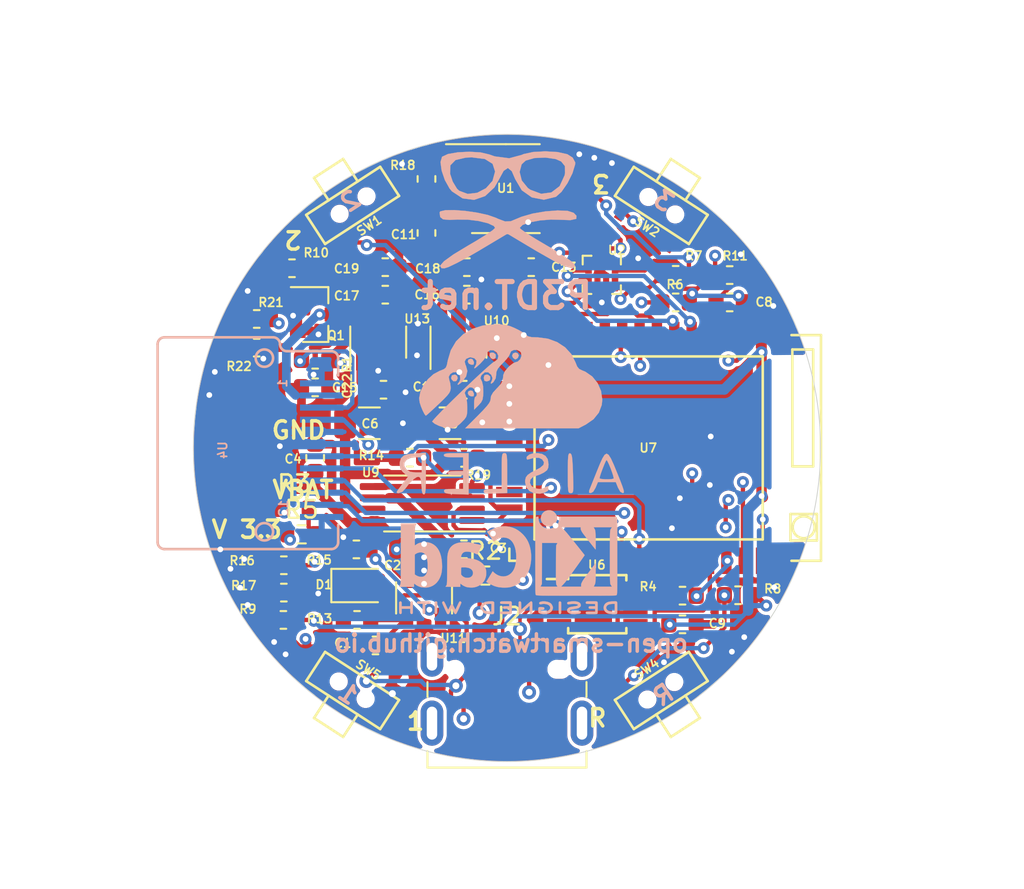
<source format=kicad_pcb>
(kicad_pcb (version 20240108) (generator "pcbnew") (generator_version "8.0")
  (title_block (title "Open-Smartwatch-Light") (date "2021-02-18") (rev "3.3"))
  (layers (0 "F.Cu" power) (1 "In1.Cu" signal) (2 "In2.Cu" signal) (31 "B.Cu" signal) (34 "B.Paste" user) (35 "F.Paste" user) (36 "B.SilkS" user "B.Silkscreen") (37 "F.SilkS" user "F.Silkscreen") (38 "B.Mask" user) (39 "F.Mask" user) (44 "Edge.Cuts" user))
  (net 0 "")
  (net 1 "/EN")
  (net 2 "+3V3")
  (net 3 "/FLASH")
  (net 4 "GND")
  (net 5 "/VBUS")
  (net 6 "/VBAT")
  (net 7 "Net-(D1-A)")
  (net 8 "Net-(D1-K)")
  (net 9 "/LEDK")
  (net 10 "/TX")
  (net 11 "/BTN2")
  (net 12 "/BTN3")
  (net 13 "/RX")
  (net 14 "/SCL")
  (net 15 "/SDA")
  (net 16 "/PIN_LED")
  (net 17 "/STAT_PWR")
  (net 18 "/MOSI")
  (net 19 "/IO34")
  (net 20 "/IO35")
  (net 21 "/B_MON")
  (net 22 "/RTC_INT")
  (net 23 "/TFT_DC")
  (net 24 "/TFT_CS")
  (net 25 "/TFT_RST")
  (net 26 "Net-(Q1-G)")
  (net 27 "Net-(U4-LEDA)")
  (net 28 "Net-(U6-RXD)")
  (net 29 "Net-(J2-SHIELD)")
  (net 30 "Net-(U11-PROG)")
  (net 33 "Net-(J2-CC1)")
  (net 34 "Net-(J2-CC2)")
  (net 40 "/SCK")
  (net 41 "/VCC")
  (net 42 "/3V3_2")
  (net 47 "/D_P")
  (net 48 "/D_N")
  (net 60 "Net-(U9-ILIM)")
  (footprint "open-Smartwatch:button_side_smd" (layer "F.Cu") (at 85.09 115.57 -57)
    (property "Reference" "SW4")
    (property "Value" "SW_Push")
  )
  (footprint "open-Smartwatch:button_side_smd" (layer "F.Cu") (at 67.31 115.57 -123)
    (property "Reference" "SW5")
    (property "Value" "SW_Push")
  )
  (footprint "Resistor_SMD:R_0603_1608Metric" (layer "F.Cu") (at 63.3221 111.506 180)
    (property "Reference" "R9")
    (property "Value" "10k")
  )
  (footprint "Capacitor_SMD:C_0603_1608Metric" (layer "F.Cu") (at 70.6374 107.442)
    (property "Reference" "C2")
    (property "Value" "4.7uF")
  )
  (footprint "Resistor_SMD:R_0603_1608Metric" (layer "F.Cu") (at 86.3092 110.109)
    (property "Reference" "R4")
    (property "Value" "470R")
  )
  (footprint "Resistor_SMD:R_0603_1608Metric" (layer "F.Cu") (at 89.0269 91.6432)
    (property "Reference" "R11")
    (property "Value" "10k")
  )
  (footprint "Resistor_SMD:R_0603_1608Metric" (layer "F.Cu") (at 85.9155 93.218 180)
    (property "Reference" "R6")
    (property "Value" "1k")
  )
  (footprint "Resistor_SMD:R_0603_1608Metric" (layer "F.Cu") (at 85.9155 91.6305)
    (property "Reference" "R7")
    (property "Value" "1k")
  )
  (footprint "Package_SO:SOIC-8_3.9x4.9mm_P1.27mm" (layer "F.Cu") (at 76.1365 86.6648)
    (property "Reference" "U1")
    (property "Value" "DS3231MZ")
  )
  (footprint "Capacitor_SMD:C_0603_1608Metric" (layer "F.Cu") (at 89.0269 93.218 180)
    (property "Reference" "C8")
    (property "Value" "0.1u")
  )
  (footprint "Capacitor_SMD:C_0603_1608Metric" (layer "F.Cu") (at 86.3092 111.76)
    (property "Reference" "C9")
    (property "Value" "0.1u")
  )
  (footprint "Capacitor_SMD:C_0603_1608Metric" (layer "F.Cu") (at 71.5645 86.106 90)
    (property "Reference" "C11")
    (property "Value" "0.1u")
  )
  (footprint "Capacitor_SMD:C_0603_1608Metric" (layer "F.Cu") (at 77.597 91.186 180)
    (property "Reference" "C13")
    (property "Value" "0.1u")
  )
  (footprint "Resistor_SMD:R_0603_1608Metric" (layer "F.Cu") (at 73.7235 102.1715)
    (property "Reference" "R19")
    (property "Value" "220k")
  )
  (footprint "open-Smartwatch:button_side_smd" (layer "F.Cu") (at 67.31 87.63 123)
    (property "Reference" "SW1")
    (property "Value" "SW_Push")
  )
  (footprint "open-Smartwatch:MSOP-10_3x3mm_P0.5mm" (layer "F.Cu") (at 81.4 110.6)
    (property "Reference" "U6")
    (property "Value" "CH340E")
  )
  (footprint "open-Smartwatch:TSSOP-8_4.4x3mm_P0.65mm" (layer "F.Cu") (at 71.3232 104.8004 180)
    (property "Reference" "U9")
    (property "Value" "TPS2115A")
  )
  (footprint "open-Smartwatch:LGA-12_2x2mm_P0.5mm" (layer "F.Cu") (at 81.661 91.6305 -90)
    (property "Reference" "U2")
    (property "Value" "BMA400")
  )
  (footprint "Capacitor_SMD:C_0603_1608Metric" (layer "F.Cu") (at 73.7234 107.442)
    (property "Reference" "C3")
    (property "Value" "0.1u")
  )
  (footprint "Resistor_SMD:R_0603_1608Metric" (layer "F.Cu") (at 67.564 111.506)
    (property "Reference" "R13")
    (property "Value" "470R")
  )
  (footprint "Resistor_SMD:R_0603_1608Metric" (layer "F.Cu") (at 89.5096 110.0836 180)
    (property "Reference" "R8")
    (property "Value" "10k")
  )
  (footprint "Capacitor_SMD:C_1206_3216Metric" (layer "F.Cu") (at 72.9204 100.1776)
    (property "Reference" "C5")
    (property "Value" "100u")
  )
  (footprint "Capacitor_SMD:C_0603_1608Metric" (layer "F.Cu") (at 73.7108 98.2472)
    (property "Reference" "C14")
    (property "Value" "0.1u")
  )
  (footprint "Capacitor_SMD:C_0603_1608Metric" (layer "F.Cu") (at 73.8886 92.7735)
    (property "Reference" "C16")
    (property "Value" "4.7u")
  )
  (footprint "Capacitor_SMD:C_0603_1608Metric" (layer "F.Cu") (at 73.8886 91.186)
    (property "Reference" "C18")
    (property "Value" "0.1u")
  )
  (footprint "Package_TO_SOT_SMD:SOT-23-5" (layer "F.Cu") (at 73.406 95.504 90)
    (property "Reference" "U10")
    (property "Value" "XC6209")
  )
  (footprint "open-Smartwatch:ttgo-32-micro" (layer "F.Cu") (at 84.836 101.6 -90)
    (property "Reference" "U7")
    (property "Value" "ttgo-32-micro")
  )
  (footprint "Resistor_SMD:R_0603_1608Metric" (layer "F.Cu") (at 71.5645 89.2175 -90)
    (property "Reference" "R18")
    (property "Value" "2.2K")
  )
  (footprint "Resistor_SMD:R_0603_1608Metric" (layer "F.Cu") (at 65.151 96.52 180)
    (property "Reference" "R1")
    (property "Value" "22")
  )
  (footprint "Resistor_SMD:R_0603_1608Metric" (layer "F.Cu") (at 61.7855 94.1705)
    (property "Reference" "R21")
    (property "Value" "10k")
  )
  (footprint "Resistor_SMD:R_0603_1608Metric" (layer "F.Cu") (at 61.7855 95.8215 180)
    (property "Reference" "R22")
    (property "Value" "1M")
  )
  (footprint "Capacitor_SMD:C_0603_1608Metric" (layer "F.Cu") (at 65.151 98.1075 180)
    (property "Reference" "C22")
    (property "Value" "0.1u")
  )
  (footprint "Package_TO_SOT_SMD:SOT-23" (layer "F.Cu") (at 65.151 93.9165)
    (property "Reference" "Q1")
    (property "Value" "2N7002")
  )
  (footprint "Resistor_SMD:R_0603_1608Metric" (layer "F.Cu") (at 67.5259 107.442 180)
    (property "Reference" "R15")
    (property "Value" "5k")
  )
  (footprint "Resistor_SMD:R_0603_1608Metric" (layer "F.Cu") (at 70.612 102.1588 180)
    (property "Reference" "R14")
    (property "Value" "510R")
  )
  (footprint "Capacitor_SMD:C_0603_1608Metric" (layer "F.Cu") (at 65.151 102.1715 90)
    (property "Reference" "C4")
    (property "Value" "0.1u")
  )
  (footprint "Resistor_SMD:R_0603_1608Metric" (layer "F.Cu") (at 63.3476 109.9312 180)
    (property "Reference" "R17")
    (property "Value" "10k")
  )
  (footprint "open-Smartwatch:button_side_smd" (layer "F.Cu") (at 85.09 87.63 57)
    (property "Reference" "SW2")
    (property "Value" "SW_Push")
  )
  (footprint "Capacitor_SMD:C_0603_1608Metric" (layer "F.Cu") (at 69.088 98.2472)
    (property "Reference" "C15")
    (property "Value" "0.1u")
  )
  (footprint "Capacitor_SMD:C_0603_1608Metric" (layer "F.Cu") (at 69.1895 92.7735)
    (property "Reference" "C17")
    (property "Value" "4.7u")
  )
  (footprint "Capacitor_SMD:C_1206_3216Metric" (layer "F.Cu") (at 68.2752 100.1776)
    (property "Reference" "C6")
    (property "Value" "100u")
  )
  (footprint "Capacitor_SMD:C_0603_1608Metric" (layer "F.Cu") (at 69.1895 91.186)
    (property "Reference" "C19")
    (property "Value" "0.1u")
  )
  (footprint "Package_TO_SOT_SMD:SOT-23-5" (layer "F.Cu") (at 68.7832 95.504 90)
    (property "Reference" "U13")
    (property "Value" "XC6209")
  )
  (footprint "Capacitor_SMD:C_0603_1608Metric" (layer "F.Cu") (at 68.625 112.975)
    (property "Reference" "C1")
    (property "Value" "4.7uF")
  )
  (footprint "open-Smartwatch:SOT-23-5" (layer "F.Cu") (at 71.4248 110.236 -90)
    (property "Reference" "U11")
    (property "Value" "MCP73831T-2ACI_OT" (hide yes))
  )
  (footprint "LED_SMD:LED_0805_2012Metric" (layer "F.Cu") (at 67.7672 109.5248)
    (property "Reference" "D1")
    (property "Value" "LED_Green")
  )
  (footprint "Resistor_SMD:R_0603_1608Metric" (layer "F.Cu") (at 63.8175 91.2495 180)
    (property "Reference" "R10")
    (property "Value" "10k")
  )
  (footprint "Connector_PinHeader_2.54mm:PinHeader_1x02_P2.54mm_Vertical" (layer "F.Cu") (at 60.6425 103.4415 180)
    (property "Reference" "J1" (hide yes))
    (property "Value" "Conn_01x02")
  )
  (footprint "Resistor_SMD:R_0603_1608Metric" (layer "F.Cu") (at 63.3476 108.3564)
    (property "Reference" "R16")
    (property "Value" "200k")
  )
  (footprint "Connector_USB:USB_C_Receptacle_JAE_DX07S016JA1R1500" (layer "F.Cu") (at 76.2 116.3)
    (property "Reference" "J2")
    (property "Value" "USB_C_Receptacle_USB2.0_14P")
  )
  (footprint "Resistor_SMD:R_0603_1608Metric" (layer "F.Cu") (at 74.95 108.95)
    (property "Reference" "R2")
    (property "Value" "1M")
  )
  (footprint "Resistor_SMD:R_0603_1608Metric" (layer "F.Cu") (at 63.95 105.1)
    (property "Reference" "R3")
    (property "Value" "5.11k")
  )
  (footprint "Resistor_SMD:R_0603_1608Metric" (layer "F.Cu") (at 64.375 106.575)
    (property "Reference" "R5")
    (property "Value" "5.11k")
  )
  (footprint "open-Smartwatch:GC9A01_IPS_display" (layer "B.Cu") (at 65.278 101.727 -90)
    (property "Reference" "U4")
    (property "Value" "GC9A01_IPS_display")
  )
  (footprint "Symbol:KiCad-Logo2_5mm_SilkScreen" (layer "B.Cu") (at 76.2762 108.1659 180)
    (property "Reference" "REF**" (hide yes))
    (property "Value" "KiCad-Logo2_5mm_SilkScreen" (hide yes))
  )
  (footprint "footprints:aisler_15x12mm" (layer "B.Cu") (at 76.2127 99.5172 180)
    (property "Reference" "G***" (hide yes))
    (property "Value" "LOGO" (hide yes))
  )
  (footprint "footprints:p3dt_tiny" (layer "B.Cu") (at 76.2254 87.884 180)
    (property "Reference" "G***" (hide yes))
    (property "Value" "LOGO" (hide yes))
  )
  (gr_arc (start 76.2 83.537403) (mid 88.972185 88.827815) (end 94.262597 101.6) (stroke (width 0.05)) (layer "Edge.Cuts"))
  (gr_arc (start 58.137403 101.6) (mid 63.427815 88.827815) (end 76.2 83.537403) (stroke (width 0.05)) (layer "Edge.Cuts"))
  (gr_arc (start 94.262597 101.6) (mid 88.972185 114.372185) (end 76.2 119.662597) (stroke (width 0.05)) (layer "Edge.Cuts"))
  (gr_arc (start 76.2 119.662597) (mid 63.427815 114.372185) (end 58.137403 101.6) (stroke (width 0.05)) (layer "Edge.Cuts"))
  (gr_text "open-smartwatch.github.io" (at 76.4413 112.8522 0) (layer "B.SilkS") (effects (font (size 1 1) (thickness 0.2)) (justify mirror)))
  (gr_text "P3DT.net" (at 76.1746 92.837 0) (layer "B.SilkS") (effects (font (size 1.5 1.5) (thickness 0.3)) (justify mirror)))
  (gr_text "1" (at 67.056 115.7605 -33) (layer "B.SilkS") (effects (font (size 1 1) (thickness 0.2)) (justify mirror)))
  (gr_text "3" (at 85.217 87.376 -33) (layer "B.SilkS") (effects (font (size 1 1) (thickness 0.2)) (justify mirror)))
  (gr_text "R" (at 85.217 115.824 33) (layer "B.SilkS") (effects (font (size 1 1) (thickness 0.2)) (justify mirror)))
  (gr_text "2" (at 67.183 87.376 33) (layer "B.SilkS") (effects (font (size 1 1) (thickness 0.2)) (justify mirror)))
  (gr_text "GND" (at 64.1985 100.584 0) (layer "F.SilkS") (effects (font (size 1 1) (thickness 0.2))))
  (gr_text "R" (at 81.407 117.1575 0) (layer "F.SilkS") (effects (font (size 1 1) (thickness 0.2))))
  (gr_text "1" (at 70.9295 117.348 0) (layer "F.SilkS") (effects (font (size 1 1) (thickness 0.2))))
  (gr_text "3" (at 81.5975 86.36 180) (layer "F.SilkS") (effects (font (size 1 1) (thickness 0.2))))
  (gr_text "2" (at 63.881 89.5985 180) (layer "F.SilkS") (effects (font (size 1 1) (thickness 0.2))))
  (gr_text "VBAT" (at 64.4525 104.013 0) (layer "F.SilkS") (effects (font (size 1 1) (thickness 0.2))))
  (gr_text "V 3.3" (at 61.214 106.299 0) (layer "F.SilkS") (effects (font (size 1 1) (thickness 0.2))))
  (segment (start 88.7221 111.9379) (end 87.5284 113.1316) (width 0.25) (layer "F.Cu") (net 1))
  (segment (start 83.5152 114.7064) (end 83.440773 114.7064) (width 0.25) (layer "F.Cu") (net 1))
  (segment (start 88.7984 106.172) (end 88.7984 104.7496) (width 0.25) (layer "F.Cu") (net 1))
  (segment (start 88.7984 104.7496) (end 88.9508 104.5972) (width 0.25) (layer "F.Cu") (net 1))
  (segment (start 83.440773 114.7064) (end 82.889781 115.257392) (width 0.25) (layer "F.Cu") (net 1))
  (segment (start 88.9508 96.5708) (end 89.435733 96.5708) (width 0.25) (layer "F.Cu") (net 1))
  (segment (start 88.7221 110.0836) (end 88.7221 111.9379) (width 0.25) (layer "F.Cu") (net 1))
  (segment (start 89.916 96.090533) (end 89.916 95.1) (width 0.25) (layer "F.Cu") (net 1))
  (segment (start 89.435733 96.5708) (end 89.916 96.090533) (width 0.25) (layer "F.Cu") (net 1))
  (via (at 88.9508 96.5708) (size 0.6858) (drill 0.3302) (layers "F.Cu" "B.Cu") (net 1))
  (via (at 83.5152 114.7064) (size 0.6858) (drill 0.3302) (layers "F.Cu" "B.Cu") (net 1))
  (via (at 88.7221 110.0836) (size 0.6858) (drill 0.3302) (layers "F.Cu" "B.Cu") (net 1))
  (via (at 87.5284 113.1316) (size 0.6858) (drill 0.3302) (layers "F.Cu" "B.Cu") (net 1))
  (via (at 88.9508 104.5972) (size 0.6858) (drill 0.3302) (layers "F.Cu" "B.Cu") (net 1))
  (via (at 88.7984 106.172) (size 0.6858) (drill 0.3302) (layers "F.Cu" "B.Cu") (net 1))
  (segment (start 87.5284 113.1316) (end 85.09 113.1316) (width 0.25) (layer "B.Cu") (net 1))
  (segment (start 85.09 113.1316) (end 83.5152 114.7064) (width 0.25) (layer "B.Cu") (net 1))
  (segment (start 79.215001 90.355499) (end 78.3845 91.186) (width 0.25) (layer "F.Cu") (net 2))
  (segment (start 72.456 93.4186) (end 73.1011 92.7735) (width 0.6) (layer "F.Cu") (net 2))
  (segment (start 84.8693 112.4124) (end 85.5217 111.76) (width 0.25) (layer "F.Cu") (net 2))
  (segment (start 79.371907 93.247704) (end 78.3845 92.260297) (width 0.25) (layer "F.Cu") (net 2))
  (segment (start 80.056296 93.247704) (end 79.371907 93.247704) (width 0.25) (layer "F.Cu") (net 2))
  (segment (start 82.6 109.6) (end 82.575 109.625) (width 0.25) (layer "F.Cu") (net 2))
  (segment (start 71.5645 86.8935) (end 72.4282 86.0298) (width 0.25) (layer "F.Cu") (net 2))
  (segment (start 70.515392 87.942608) (end 71.5645 86.8935) (width 0.25) (layer "F.Cu") (net 2))
  (segment (start 90.932 94.3356) (end 89.8144 93.218) (width 0.6) (layer "F.Cu") (net 2))
  (segment (start 75.61361 90.632028) (end 75.61361 91.67079) (width 0.6) (layer "F.Cu") (net 2))
  (segment (start 85.92801 92.43051) (end 85.128 91.6305) (width 0.25) (layer "F.Cu") (net 2))
  (segment (start 90.864704 95.167296) (end 90.932 95.1) (width 0.6) (layer "F.Cu") (net 2))
  (segment (start 89.8144 93.218) (end 89.8144 93.1164) (width 0.25) (layer "F.Cu") (net 2))
  (segment (start 71.5645 90.005) (end 71.9201 90.005) (width 0.25) (layer "F.Cu") (net 2))
  (segment (start 83.6 109.6) (end 82.6 109.6) (width 0.25) (layer "F.Cu") (net 2))
  (segment (start 69.510219 87.942608) (end 70.515392 87.942608) (width 0.25) (layer "F.Cu") (net 2))
  (segment (start 90.5383 110.0836) (end 91.1352 110.6805) (width 0.3) (layer "F.Cu") (net 2))
  (segment (start 74.07611 90.21099) (end 75.192572 90.21099) (width 0.6) (layer "F.Cu") (net 2))
  (segment (start 86.812244 89.767149) (end 87.46551 90.420415) (width 0.25) (layer "F.Cu") (net 2))
  (segment (start 73.1011 91.186) (end 74.07611 90.21099) (width 0.6) (layer "F.Cu") (net 2))
  (segment (start 73.1011 92.7735) (end 73.1011 91.186) (width 0.6) (layer "F.Cu") (net 2))
  (segment (start 85.5367 111.775) (end 85.5217 111.76) (width 0.25) (layer "F.Cu") (net 2))
  (segment (start 72.456 94.404) (end 72.456 93.4186) (width 0.6) (layer "F.Cu") (net 2))
  (segment (start 87.46551 92.111984) (end 87.146984 92.43051) (width 0.25) (layer "F.Cu") (net 2))
  (segment (start 73.6615 86.0298) (end 76.964732 86.0298) (width 0.25) (layer "F.Cu") (net 2))
  (segment (start 71.9201 90.005) (end 73.1011 91.186) (width 0.25) (layer "F.Cu") (net 2))
  (segment (start 85.575 111.775) (end 85.5367 111.775) (width 0.25) (layer "F.Cu") (net 2))
  (segment (start 86.703 92.874494) (end 86.867747 92.709747) (width 0.25) (layer "F.Cu") (net 2))
  (segment (start 65.024 111.506) (end 65.0748 111.5568) (width 0.25) (layer "F.Cu") (net 2))
  (segment (start 83.6 111.1) (end 82.6 111.1) (width 0.25) (layer "F.Cu") (net 2))
  (segment (start 87.146984 92.43051) (end 85.92801 92.43051) (width 0.25) (layer "F.Cu") (net 2))
  (segment (start 86.867747 92.709747) (end 87.146984 92.43051) (width 0.25) (layer "F.Cu") (net 2))
  (segment (start 76.964732 86.0298) (end 78.234732 87.2998) (width 0.25) (layer "F.Cu") (net 2))
  (segment (start 84.0735 92.393) (end 84.3655 92.393) (width 0.25) (layer "F.Cu") (net 2))
  (segment (start 90.2971 110.0836) (end 90.5383 110.0836) (width 0.3) (layer "F.Cu") (net 2))
  (segment (start 78.3845 92.260297) (end 78.3845 91.186) (width 0.25) (layer "F.Cu") (net 2))
  (segment (start 85.699328 89.767149) (end 86.812244 89.767149) (width 0.25) (layer "F.Cu") (net 2))
  (segment (start 82.575 111.075) (end 82.6 111.1) (width 0.25) (layer "F.Cu") (net 2))
  (segment (start 70.76449 87.69351) (end 70.76449 89.20499) (width 0.25) (layer "F.Cu") (net 2))
  (segment (start 82.575 111.125) (end 82.575 112.075) (width 0.25) (layer "F.Cu") (net 2))
  (segment (start 90.864704 96.082901) (end 90.864704 104.369514) (width 0.6) (layer "F.Cu") (net 2))
  (segment (start 87.46551 90.420415) (end 87.46551 92.111984) (width 0.25) (layer "F.Cu") (net 2))
  (segment (start 83.375 92.393) (end 84.0735 92.393) (width 0.25) (layer "F.Cu") (net 2))
  (segment (start 82.7405 93.0275) (end 83.375 92.393) (width 0.25) (layer "F.Cu") (net 2))
  (segment (start 71.5645 86.8935) (end 70.76449 87.69351) (width 0.25) (layer "F.Cu") (net 2))
  (segment (start 70.76449 89.20499) (end 71.5645 90.005) (width 0.25) (layer "F.Cu") (net 2))
  (segment (start 75.61361 95.27321) (end 75.61361 91.67079) (width 0.6) (layer "F.Cu") (net 2))
  (segment (start 82.8624 112.3624) (end 84.9193 112.3624) (width 0.25) (layer "F.Cu") (net 2))
  (segment (start 82.575 112.075) (end 82.8624 112.3624) (width 0.25) (layer "F.Cu") (net 2))
  (segment (start 82.6 111.1) (end 82.575 111.125) (width 0.25) (layer "F.Cu") (net 2))
  (segment (start 81.346001 90.355499) (end 79.215001 90.355499) (width 0.25) (layer "F.Cu") (net 2))
  (segment (start 72.4282 86.0298) (end 73.6615 86.0298) (width 0.25) (layer "F.Cu") (net 2))
  (segment (start 72.456 94.404) (end 72.456 94.6048) (width 0.6) (layer "F.Cu") (net 2))
  (segment (start 86.703 93.218) (end 86.703 92.874494) (width 0.25) (layer "F.Cu") (net 2))
  (segment (start 84.3655 92.393) (end 85.128 91.6305) (width 0.25) (layer "F.Cu") (net 2))
  (segment (start 81.411001 90.420499) (end 81.346001 90.355499) (width 0.25) (layer "F.Cu") (net 2))
  (segment (start 84.9193 112.3624) (end 85.5217 111.76) (width 0.25) (layer "F.Cu") (net 2))
  (segment (start 90.93999 104.4448) (end 90.864704 104.369514) (width 0.6) (layer "F.Cu") (net 2))
  (segment (start 90.932 95.1) (end 90.932 94.3356) (width 0.6) (layer "F.Cu") (net 2))
  (segment (start 81.411 90.868) (end 81.411001 90.420499) (width 0.25) (layer "F.Cu") (net 2))
  (segment (start 75.192572 90.21099) (end 75.61361 90.632028) (width 0.6) (layer "F.Cu") (net 2))
  (segment (start 90.864704 96.082901) (end 90.864704 95.167296) (width 0.6) (layer "F.Cu") (net 2))
  (segment (start 82.575 109.625) (end 82.575 111.075) (width 0.25) (layer "F.Cu") (net 2))
  (segment (start 89.8144 93.1164) (end 89.535 92.837) (width 0.25) (layer "F.Cu") (net 2))
  (segment (start 80.911 92.393) (end 80.056296 93.247704) (width 0.25) (layer "F.Cu") (net 2))
  (segment (start 64.1096 111.506) (end 65.024 111.506) (width 0.25) (layer "F.Cu") (net 2))
  (segment (start 75.6157 91.6687) (end 75.61361 91.67079) (width 0.6) (layer "F.Cu") (net 2))
  (segment (start 82.411 92.393) (end 84.0735 92.393) (width 0.25) (layer "F.Cu") (net 2))
  (segment (start 78.234732 87.2998) (end 78.6115 87.2998) (width 0.25) (layer "F.Cu") (net 2))
  (via (at 91.1352 110.6805) (size 0.6858) (drill 0.3302) (layers "F.Cu" "B.Cu") (net 2))
  (via (at 90.864704 96.082901) (size 0.6858) (drill 0.3302) (layers "F.Cu" "B.Cu") (net 2))
  (via (at 75.61361 95.27321) (size 0.6858) (drill 0.3302) (layers "F.Cu" "B.Cu") (net 2))
  (via (at 82.7405 93.0275) (size 0.6858) (drill 0.3302) (layers "F.Cu" "B.Cu") (net 2))
  (via (at 65.0748 111.5568) (size 0.6858) (drill 0.3302) (layers "F.Cu" "B.Cu") (net 2))
  (via (at 89.535 92.837) (size 0.6858) (drill 0.3302) (layers "F.Cu" "B.Cu") (net 2))
  (via (at 90.864704 104.369514) (size 0.6858) (drill 0.3302) (layers "F.Cu" "B.Cu") (net 2))
  (via (at 79.215001 90.355499) (size 0.6858) (drill 0.3302) (layers "F.Cu" "B.Cu") (net 2))
  (via (at 85.575 111.775) (size 0.6858) (drill 0.3302) (layers "F.Cu" "B.Cu") (net 2))
  (via (at 86.867747 92.709747) (size 0.6858) (drill 0.3302) (layers "F.Cu" "B.Cu") (net 2))
  (segment (start 78.573201 98.232801) (end 88.714804 98.232801) (width 0.6) (layer "B.Cu") (net 2))
  (segment (start 75.61361 95.27321) (end 78.573201 98.232801) (width 0.6) (layer "B.Cu") (net 2))
  (segment (start 90.864704 104.369514) (end 90.089099 105.145119) (width 0.6) (layer "B.Cu") (net 2))
  (segment (start 65.417699 111.899699) (end 75.986207 111.899699) (width 0.25) (layer "B.Cu") (net 2))
  (segment (start 65.0748 111.5568) (end 65.417699 111.899699) (width 0.25) (layer "B.Cu") (net 2))
  (segment (start 86.995 92.837) (end 86.867747 92.709747) (width 0.25) (layer "B.Cu") (net 2))
  (segment (start 89.281998 111.775) (end 90.089099 110.967899) (width 0.25) (layer "B.Cu") (net 2))
  (segment (start 85.575 111.775) (end 89.281998 111.775) (width 0.25) (layer "B.Cu") (net 2))
  (segment (start 90.089099 105.145119) (end 90.089099 110.967899) (width 0.6) (layer "B.Cu") (net 2))
  (segment (start 91.1352 110.6805) (end 90.376498 110.6805) (width 0.3) (layer "B.Cu") (net 2))
  (segment (start 90.376498 110.6805) (end 90.089099 110.967899) (width 0.3) (layer "B.Cu") (net 2))
  (segment (start 89.761699 111.295299) (end 90.089099 110.967899) (width 0.25) (layer "B.Cu") (net 2))
  (segment (start 88.714804 98.232801) (end 90.864704 96.082901) (width 0.6) (layer "B.Cu") (net 2))
  (segment (start 76.590607 111.295299) (end 89.761699 111.295299) (width 0.25) (layer "B.Cu") (net 2))
  (segment (start 75.986207 111.899699) (end 76.590607 111.295299) (width 0.25) (layer "B.Cu") (net 2))
  (segment (start 89.535 92.837) (end 86.995 92.837) (width 0.25) (layer "B.Cu") (net 2))
  (segment (start 77.116126 109.206159) (end 77.116126 107.107874) (width 0.25) (layer "F.Cu") (net 3))
  (segment (start 77.211 109.111285) (end 77.286715 109.187) (width 0.25) (layer "F.Cu") (net 3))
  (segment (start 66.305322 113.037501) (end 66.700672 113.432851) (width 0.25) (layer "F.Cu") (net 3))
  (segment (start 64.8 113.037501) (end 66.305322 113.037501) (width 0.25) (layer "F.Cu") (net 3))
  (segment (start 62.5346 111.506) (end 62.738 111.506) (width 0.25) (layer "F.Cu") (net 3))
  (segment (start 77.116126 109.206159) (end 77.211 109.111285) (width 0.25) (layer "F.Cu") (net 3))
  (segment (start 78.836 107.088) (end 78.836 108.1) (width 0.25) (layer "F.Cu") (net 3))
  (segment (start 62.738 111.506) (end 64.269501 113.037501) (width 0.25) (layer "F.Cu") (net 3))
  (segment (start 64.269501 113.037501) (end 64.8 113.037501) (width 0.25) (layer "F.Cu") (net 3))
  (segment (start 77.116126 107.107874) (end 77.211 107.013) (width 0.25) (layer "F.Cu") (net 3))
  (segment (start 78.761 107.013) (end 78.836 107.088) (width 0.25) (layer "F.Cu") (net 3))
  (segment (start 64.8 113.037501) (end 64.8 112.8) (width 0.25) (layer "F.Cu") (net 3))
  (segment (start 64.8 112.8) (end 64.6 112.6) (width 0.25) (layer "F.Cu") (net 3))
  (segment (start 77.211 107.013) (end 78.761 107.013) (width 0.25) (layer "F.Cu") (net 3))
  (via (at 64.6 112.6) (size 0.6858) (drill 0.3302) (layers "F.Cu" "B.Cu") (net 3))
  (via (at 77.116126 109.206159) (size 0.6858) (drill 0.3302) (layers "F.Cu" "B.Cu") (net 3))
  (segment (start 75.181001 97.564499) (end 74.4983 98.2472) (width 0.3) (layer "F.Cu") (net 4))
  (segment (start 73.709601 97.484001) (end 73.4568 97.2312) (width 0.3) (layer "F.Cu") (net 4))
  (segment (start 81.411 92.393) (end 81.411 92.968) (width 0.25) (layer "F.Cu") (net 4))
  (segment (start 73.152 100.1776) (end 72.781323 100.548277) (width 0.6) (layer "F.Cu") (net 4))
  (segment (start 72.781323 100.826511) (end 72.781323 100.548277) (width 0.3) (layer "F.Cu") (net 4))
  (segment (start 64.775 105.1) (end 64.775 106.15) (width 0.25) (layer "F.Cu") (net 4))
  (segment (start 73.830582 97.663) (end 73.4568 97.289218) (width 0.6) (layer "F.Cu") (net 4))
  (segment (start 89.740306 91.6432) (end 89.8144 91.6432) (width 0.25) (layer "F.Cu") (net 4))
  (segment (start 69.510219 115.660219) (end 69.6 115.75) (width 0.25) (layer "F.Cu") (net 4))
  (segment (start 65.3288 110.694696) (end 65.3288 109.982) (width 0.25) (layer "F.Cu") (net 4))
  (segment (start 73.361796 104.37541) (end 74.08571 104.37541) (width 0.3) (layer "F.Cu") (net 4))
  (segment (start 81.8515 92.782002) (end 81.8515 93.0275) (width 0.25) (layer "F.Cu") (net 4))
  (segment (start 85.699328 113.487472) (end 85.2424 113.9444) (width 0.25) (layer "F.Cu") (net 4))
  (segment (start 81.852 92.393) (end 81.852 92.781502) (width 0.25) (layer "F.Cu") (net 4))
  (segment (start 66.774068 106.740292) (end 66.774068 107.406332) (width 0.25) (layer "F.Cu") (net 4))
  (segment (start 75.775 108.95) (end 75.775 107.425) (width 0.25) (layer "F.Cu") (net 4))
  (segment (start 75.181001 97.4344) (end 75.181001 97.564499) (width 0.3) (layer "F.Cu") (net 4))
  (segment (start 64.775 106.15) (end 65.2 106.575) (width 0.25) (layer "F.Cu") (net 4))
  (segment (start 81.731802 111.868198) (end 80.463604 110.6) (width 0.25) (layer "F.Cu") (net 4))
  (segment (start 79.75 112.2) (end 81.4 112.2) (width 0.25) (layer "F.Cu") (net 4))
  (segment (start 83.5665 90.868) (end 83.7565 90.678) (width 0.25) (layer "F.Cu") (net 4))
  (segment (start 74.3204 100.1776) (end 74.3204 100.7364) (width 0.3) (layer "F.Cu") (net 4))
  (segment (start 84.6854 113.3874) (end 85.2424 113.9444) (width 0.25) (layer "F.Cu") (net 4))
  (segment (start 83.251004 113.3874) (end 81.731802 111.868198) (width 0.25) (layer "F.Cu") (net 4))
  (segment (start 74.7268 100.1776) (end 74.7776 100.1268) (width 0.25) (layer "F.Cu") (net 4))
  (segment (start 73.099406 101.144594) (end 72.781323 100.826511) (width 0.3) (layer "F.Cu") (net 4))
  (segment (start 85.699328 113.432851) (end 85.699328 113.487472) (width 0.25) (layer "F.Cu") (net 4))
  (segment (start 75.010602 97.4344) (end 74.961001 97.484001) (width 0.3) (layer "F.Cu") (net 4))
  (segment (start 75.010602 97.4344) (end 74.782002 97.663) (width 0.3) (layer "F.Cu") (net 4))
  (segment (start 74.3891 97.663) (end 73.830582 97.663) (width 0.6) (layer "F.Cu") (net 4))
  (segment (start 65.17599 97.258337) (end 65.17599 95.22501) (width 0.25) (layer "F.Cu") (net 4))
  (segment (start 78.6115 88.5698) (end 77.4446 88.5698) (width 0.25) (layer "F.Cu") (net 4))
  (segment (start 69.8755 98.2472) (end 70.2131 98.2472) (width 0.25) (layer "F.Cu") (net 4))
  (segment (start 65.060386 97.373941) (end 65.17599 97.258337) (width 0.25) (layer "F.Cu") (net 4))
  (segment (start 73.406 97.1804) (end 73.4568 97.2312) (width 0.25) (layer "F.Cu") (net 4))
  (segment (start 74.3204 100.1776) (end 74.7268 100.1776) (width 0.25) (layer "F.Cu") (net 4))
  (segment (start 73.09819 103.43181) (end 73.09819 104.111804) (width 0.3) (layer "F.Cu") (net 4))
  (segment (start 69.6752 100.1776) (end 70.2056 100.1776) (width 0.25) (layer "F.Cu") (net 4))
  (segment (start 64.151 94.25) (end 63.881 93.98) (width 0.25) (layer "F.Cu") (net 4))
  (segment (start 74.08571 104.37541) (end 74.1857 104.4754) (width 0.3) (layer "F.Cu") (net 4))
  (segment (start 69.510219 114.265923) (end 69.510219 115.257392) (width 0.25) (layer "F.Cu") (net 4))
  (segment (start 66.774068 107.406332) (end 66.7384 107.442) (width 0.25) (layer "F.Cu") (net 4))
  (segment (start 75.181001 97.4344) (end 75.010602 97.4344) (width 0.3) (layer "F.Cu") (net 4))
  (segment (start 87.0967 111.76) (end 87.0967 112.035479) (width 0.25) (layer "F.Cu") (net 4))
  (segment (start 84.6854 113.3874) (end 83.251004 113.3874) (width 0.25) (layer "F.Cu") (net 4))
  (segment (start 75.775 107.425) (end 75.8 107.4) (width 0.25) (layer "F.Cu") (net 4))
  (segment (start 74.5109 107.442) (end 74.5109 107.3785) (width 0.3) (layer "F.Cu") (net 4))
  (segment (start 77.4446 88.5698) (end 77.4192 88.5952) (width 0.25) (layer "F.Cu") (net 4))
  (segment (start 88.2394 93.144106) (end 89.740306 91.6432) (width 0.25) (layer "F.Cu") (net 4))
  (segment (start 73.09819 103.43181) (end 73.09819 103.253304) (width 0.25) (layer "F.Cu") (net 4))
  (segment (start 73.09819 103.253304) (end 73.7108 102.640694) (width 0.25) (layer "F.Cu") (net 4))
  (segment (start 74.5109 107.3023) (end 74.422 107.2134) (width 0.3) (layer "F.Cu") (net 4))
  (segment (start 73.406 96.604) (end 73.406 97.1804) (width 0.25) (layer "F.Cu") (net 4))
  (segment (start 73.37764 101.144594) (end 73.099406 101.144594) (width 0.3) (layer "F.Cu") (net 4))
  (segment (start 74.4983 97.7722) (end 74.3891 97.663) (width 0.6) (layer "F.Cu") (net 4))
  (segment (start 77.1652 95.0976) (end 75.181001 97.081799) (width 0.6) (layer "F.Cu") (net 4))
  (segment (start 74.6761 91.8465) (end 74.7268 91.8972) (width 0.25) (layer "F.Cu") (net 4))
  (segment (start 71.585142 112.191) (end 69.510219 114.265923) (width 0.25) (layer "F.Cu") (net 4))
  (segment (start 64.151 94.8665) (end 64.151 94.25) (width 0.25) (layer "F.Cu") (net 4))
  (segment (start 74.961001 97.484001) (end 73.709601 97.484001) (width 0.3) (layer "F.Cu") (net 4))
  (segment (start 74.6761 92.7735) (end 74.6761 91.9479) (width 0.25) (layer "F.Cu") (net 4))
  (segment (start 73.585594 101.144594) (end 73.7108 101.2698) (width 0.3) (layer "F.Cu") (net 4))
  (segment (start 74.5109 107.442) (end 75.758 107.442) (width 0.3) (layer "F.Cu") (net 4))
  (segment (start 80.463604 110.6) (end 79.2 110.6) (width 0.25) (layer "F.Cu") (net 4))
  (segment (start 75.181001 97.081799) (end 75.181001 97.4344) (width 0.6) (layer "F.Cu") (net 4))
  (segment (start 73.7108 102.640694) (end 73.7108 101.2698) (width 0.25) (layer "F.Cu") (net 4))
  (segment (start 71.4248 107.4421) (end 71.4249 107.442) (width 0.6) (layer "F.Cu") (net 4))
  (segment (start 72.641 112.191) (end 71.585142 112.191) (width 0.25) (layer "F.Cu") (net 4))
  (segment (start 74.6761 91.9479) (end 74.7268 91.8972) (width 0.25) (layer "F.Cu") (net 4))
  (segment (start 74.4983 98.2472) (end 74.4983 97.7722) (width 0.6) (layer "F.Cu") (net 4))
  (segment (start 64.151 94.8665) (end 65.1485 94.8665) (width 0.25) (layer "F.Cu") (net 4))
  (segment (start 71.4248 109.136) (end 71.4248 107.4421) (width 0.6) (layer "F.Cu") (net 4))
  (segment (start 68.7832 96.604) (end 68.7832 97.1549) (width 0.25) (layer "F.Cu") (net 4))
  (segment (start 66.32646 112.306) (end 66.014 111.99354) (width 0.25) (layer "F.Cu") (net 4))
  (segment (start 67.8125 113) (end 67.1185 112.306) (width 0.25) (layer "F.Cu") (net 4))
  (segment (start 73.4568 97.289218) (end 73.4568 97.2312) (width 0.6) (layer "F.Cu") (net 4))
  (segment (start 88.2394 93.218) (end 88.2394 93.144106) (width 0.25) (layer "F.Cu") (net 4))
  (segment (start 74.3204 98.4251) (end 74.4983 98.2472) (width 0.25) (layer "F.Cu") (net 4))
  (segment (start 77.724 95.1) (end 77.1676 95.1) (width 0.25) (layer "F.Cu") (net 4))
  (segment (start 91.948 108.1) (end 91.948 109.2708) (width 0.25) (layer "F.Cu") (net 4))
  (segment (start 69.8755 98.2472) (end 68.7832 97.1549) (width 0.25) (layer "F.Cu") (net 4))
  (segment (start 79.3 113.4) (end 79.3 112.65) (width 0.25) (layer "F.Cu") (net 4))
  (segment (start 81.411 92.968) (end 81.661 93.218) (width 0.25) (layer "F.Cu") (net 4))
  (segment (start 74.5109 107.442) (end 74.5109 107.3023) (width 0.3) (layer "F.Cu") (net 4))
  (segment (start 81.852 92.781502) (end 81.8515 92.782002) (width 0.25) (layer "F.Cu") (net 4))
  (segment (start 65.2 106.575) (end 66.608776 106.575) (width 0.25) (layer "F.Cu") (net 4))
  (segment (start 74.3204 100.1776) (end 73.152 100.1776) (width 0.6) (layer "F.Cu") (net 4))
  (segment (start 74.782002 97.663) (end 74.3891 97.663) (width 0.3) (layer "F.Cu") (net 4))
  (segment (start 62.573 95.8215) (end 62.573 96.05) (width 0.25) (layer "F.Cu") (net 4))
  (segment (start 73.1 112.65) (end 72.641 112.191) (width 0.25) (layer "F.Cu") (net 4))
  (segment (start 65.1485 94.8665) (end 65.3415 95.0595) (width 0.25) (layer "F.Cu") (net 4))
  (segment (start 70.2131 98.2472) (end 70.358 98.3921) (width 0.25) (layer "F.Cu") (net 4))
  (segment (start 79.3 112.65) (end 79.75 112.2) (width 0.25) (layer "F.Cu") (net 4))
  (segment (start 81.8515 93.0275) (end 81.661 93.218) (width 0.25) (layer "F.Cu") (net 4))
  (segment (start 66.014 111.379896) (end 65.3288 110.694696) (width 0.25) (layer "F.Cu") (net 4))
  (segment (start 73.09819 104.111804) (end 73.361796 104.37541) (width 0.3) (layer "F.Cu") (net 4))
  (segment (start 81.4 112.2) (end 81.731802 111.868198) (width 0.25) (layer "F.Cu") (net 4))
  (segment (start 73.37764 101.144594) (end 73.585594 101.144594) (width 0.3) (layer "F.Cu") (net 4))
  (segment (start 62.573 96.05) (end 62.1665 96.4565) (width 0.25) (layer "F.Cu") (net 4))
  (segment (start 69.510219 115.257392) (end 69.510219 115.660219) (width 0.25) (layer "F.Cu") (net 4))
  (segment (start 73.1 113.4) (end 73.1 112.65) (width 0.25) (layer "F.Cu") (net 4))
  (segment (start 66.014 111.99354) (end 66.014 111.379896) (width 0.25) (layer "F.Cu") (net 4))
  (segment (start 65.17599 95.22501) (end 65.3415 95.0595) (width 0.25) (layer "F.Cu") (net 4))
  (segment (start 75.758 107.442) (end 75.8 107.4) (width 0.3) (layer "F.Cu") (net 4))
  (segment (start 81.911 92.393) (end 81.852 92.393) (width 0.25) (layer "F.Cu") (net 4))
  (segment (start 91.948 109.2708) (end 91.5924 109.6264) (width 0.25) (layer "F.Cu") (net 4))
  (segment (start 67.1185 112.306) (end 66.32646 112.306) (width 0.25) (layer "F.Cu") (net 4))
  (segment (start 66.608776 106.575) (end 66.774068 106.740292) (width 0.25) (layer "F.Cu") (net 4))
  (segment (start 74.3204 100.1776) (end 74.3204 98.4251) (width 0.25) (layer "F.Cu") (net 4))
  (segment (start 82.411 90.868) (end 83.5665 90.868) (width 0.25) (layer "F.Cu") (net 4))
  (segment (start 74.6761 91.186) (end 74.6761 91.8465) (width 0.25) (layer "F.Cu") (net 4))
  (segment (start 77.1676 95.1) (end 77.1652 95.0976) (width 0.25) (layer "F.Cu") (net 4))
  (segment (start 87.0967 112.035479) (end 85.699328 113.432851) (width 0.25) (layer "F.Cu") (net 4))
  (via (at 72.781323 100.548277) (size 0.6858) (drill 0.3302) (layers "F.Cu" "B.Cu") (net 4))
  (via (at 71.0184 96.266) (size 0.6858) (drill 0.3302) (layers "F.Cu" "B.Cu") (net 4))
  (via (at 87.884 103.7336) (size 0.6858) (drill 0.3302) (layers "F.Cu" "B.Cu") (net 4))
  (via (at 74.7776 100.1268) (size 0.6858) (drill 0.3302) (layers "F.Cu" "B.Cu") (net 4))
  (via (at 71.0692 94.4372) (size 0.6858) (drill 0.3302) (layers "F.Cu" "B.Cu") (net 4))
  (via (at 65.3415 95.0595) (size 0.6858) (drill 0.3302) (layers "F.Cu" "B.Cu") (net 4))
  (via (at 81.661 93.218) (size 0.6858) (drill 0.3302) (layers "F.Cu" "B.Cu") (net 4))
  (via (at 82.2452 85.1916) (size 0.6858) (drill 0.3302) (layers "F.Cu" "B.Cu") (net 4))
  (via (at 63.4492 113.4872) (size 0.6858) (drill 0.3302) (layers "F.Cu" "B.Cu") (net 4))
  (via (at 59.69 107.442) (size 0.6858) (drill 0.3302) (layers "F.Cu" "B.Cu") (net 4))
  (via (at 75.8 107.4) (size 0.6858) (drill 0.3302) (layers "F.Cu" "B.Cu") (net 4))
  (via (at 66.774068 106.740292) (size 0.6858) (drill 0.3302) (layers "F.Cu" "B.Cu") (net 4))
  (via (at 69.6 115.75) (size 0.8) (drill 0.4) (layers "F.Cu" "B.Cu") (net 4))
  (via (at 81.2292 84.8868) (size 0.6858) (drill 0.3302) (layers "F.Cu" "B.Cu") (net 4))
  (via (at 74.4983 98.2472) (size 0.6858) (drill 0.3302) (layers "F.Cu" "B.Cu") (net 4))
  (via (at 62.7888 112.776) (size 0.6858) (drill 0.3302) (layers "F.Cu" "B.Cu") (net 4))
  (via (at 71.4248 108.6612) (size 0.6858) (drill 0.3302) (layers "F.Cu" "B.Cu") (net 4))
  (via (at 89.662 90.4494) (size 0.6858) (drill 0.3302) (layers "F.Cu" "B.Cu") (net 4))
  (via (at 91.5416 93.4212) (size 0.6858) (drill 0.3302) (layers "F.Cu" "B.Cu") (net 4))
  (via (at 77.4192 88.5952) (size 0.6858) (drill 0.3302) (layers "F.Cu" "B.Cu") (net 4))
  (via (at 62.1665 96.4565) (size 0.6858) (drill 0.3302) (layers "F.Cu" "B.Cu") (net 4))
  (via (at 61.2648 110.6424) (size 0.6858) (drill 0.3302) (layers "F.Cu" "B.Cu") (net 4))
  (via (at 87.9348 100.9396) (size 0.6858) (drill 0.3302) (layers "F.Cu" "B.Cu") (net 4))
  (via (at 60.2742 108.5596) (size 0.6858) (drill 0.3302) (layers "F.Cu" "B.Cu") (net 4))
  (via (at 89.8652 112.4966) (size 0.6858) (drill 0.3302) (layers "F.Cu" "B.Cu") (net 4))
  (via (at 71.4248 109.4232) (size 0.6858) (drill 0.3302) (layers "F.Cu" "B.Cu") (net 4))
  (via (at 61.2648 92.5576) (size 0.6858) (drill 0.3302) (layers "F.Cu" "B.Cu") (net 4))
  (via (at 91.5924 109.6264) (size 0.6858) (drill 0.3302) (layers "F.Cu" "B.Cu") (net 4))
  (via (at 83.7565 90.678) (size 0.6858) (drill 0.3302) (layers "F.Cu" "B.Cu") (net 4))
  (via (at 70.2056 100.1776) (size 0.6858) (drill 0.3302) (layers "F.Cu" "B.Cu") (net 4))
  (via (at 68.7832 97.1549) (size 0.6858) (drill 0.3302) (layers "F.Cu" "B.Cu") (net 4))
  (via (at 59.055 98.552) (size 0.6858) (drill 0.3302) (layers "F.Cu" "B.Cu") (net 4))
  (via (at 61.0616 108.0008) (size 0.6858) (drill 0.3302) (layers "F.Cu" "B.Cu") (net 4))
  (via (at 71.4248 107.1372) (size 0.6858) (drill 0.3302) (layers "F.Cu" "B.Cu") (net 4))
  (via (at 63.881 93.98) (size 0.6858) (drill 0.3302) (layers "F.Cu" "B.Cu") (net 4))
  (via (at 74.7268 91.8972) (size 0.6858) (drill 0.3302) (layers "F.Cu" "B.Cu") (net 4))
  (via (at 86.1568 104.4956) (size 0.6858) (drill 0.3302) (layers "F.Cu" "B.Cu") (net 4))
  (via (at 59.3725 97.2185) (size 0.6858) (drill 0.3302) (layers "F.Cu" "B.Cu") (net 4))
  (via (at 65.3288 109.982) (size 0.6858) (drill 0.3302) (layers "F.Cu" "B.Cu") (net 4))
  (via (at 77.1652 95.0976) (size 0.6858) (drill 0.3302) (layers "F.Cu" "B.Cu") (net 4))
  (via (at 70.1548 85.2424) (size 0.6858) (drill 0.3302) (layers "F.Cu" "B.Cu") (net 4))
  (via (at 63.119 101.4985) (size 0.6858) (drill 0.3302) (layers "F.Cu" "B.Cu") (net 4))
  (via (at 73.4568 97.2312) (size 0.6858) (drill 0.3302) (layers "F.Cu" "B.Cu") (net 4))
  (via (at 60.833 109.6518) (size 0.6858) (drill 0.3302) (layers "F.Cu" "B.Cu") (net 4))
  (via (at 80.3656 84.6836) (size 0.6858) (drill 0.3302) (layers "F.Cu" "B.Cu") (net 4))
  (via (at 65.060386 97.373941) (size 0.6858) (drill 0.3302) (layers "F.Cu" "B.Cu") (net 4))
  (via (at 70.358 98.3921) (size 0.6858) (drill 0.3302) (layers "F.Cu" "B.Cu") (net 4))
  (via (at 89.154 113.3348) (size 0.6858) (drill 0.3302) (layers "F.Cu" "B.Cu") (net 4))
  (via (at 71.4248 107.8992) (size 0.6858) (drill 0.3302) (layers "F.Cu" "B.Cu") (net 4))
  (via (at 85.6996 106.2228) (size 0.6858) (drill 0.3302) (layers "F.Cu" "B.Cu") (net 4))
  (via (at 85.2424 113.9444) (size 0.6858) (drill 0.3302) (layers "F.Cu" "B.Cu") (net 4))
  (segment (start 65.528 97.841555) (end 65.060386 97.373941) (width 0.25) (layer "B.Cu") (net 4))
  (segment (start 75.8 107.4) (end 73.7768 109.4232) (width 0.3) (layer "B.Cu") (net 4))
  (segment (start 65.528 105.577) (end 65.610776 105.577) (width 0.25) (layer "B.Cu") (net 4))
  (segment (start 63.2405 101.377) (end 63.119 101.4985) (width 0.6) (layer "B.Cu") (net 4))
  (segment (start 64.453 100.677) (end 63.6315 101.4985) (width 0.6) (layer "B.Cu") (net 4))
  (segment (start 63.6315 101.4985) (end 63.119 101.4985) (width 0.6) (layer "B.Cu") (net 4))
  (segment (start 66.838002 100.677) (end 65.528 100.677) (width 0.25) (layer "B.Cu") (net 4))
  (segment (start 73.7768 109.4232) (end 71.4248 109.4232) (width 0.3) (layer "B.Cu") (net 4))
  (segment (start 65.610776 105.577) (end 66.774068 106.740292) (width 0.25) (layer "B.Cu") (net 4))
  (segment (start 65.528 101.377) (end 63.2405 101.377) (width 0.6) (layer "B.Cu") (net 4))
  (segment (start 65.528 100.677) (end 64.453 100.677) (width 0.6) (layer "B.Cu") (net 4))
  (segment (start 65.528 97.877) (end 65.528 97.841555) (width 0.25) (layer "B.Cu") (net 4))
  (segment (start 69.3875 113) (end 69.3875 113.7375) (width 0.25) (layer "F.Cu") (net 5))
  (segment (start 73.875 112.725) (end 73.875 111.657502) (width 0.25) (layer "F.Cu") (net 5))
  (segment (start 73.875 113.225) (end 73.85 113.25) (width 0.25) (layer "F.Cu") (net 5))
  (segment (start 69.3875 112.4233) (end 70.4748 111.336) (width 0.25) (layer "F.Cu") (net 5))
  (segment (start 72.974998 117.774998) (end 73.975 118.775) (width 0.25) (layer "F.Cu") (net 5))
  (segment (start 72.9359 107.442) (end 69.9895 104.4956) (width 0.6) (layer "F.Cu") (net 5))
  (segment (start 78.55 113.9) (end 78.55 113.25) (width 0.25) (layer "F.Cu") (net 5))
  (segment (start 78.425 114.654594) (end 78.4 114.629594) (width 0.25) (layer "F.Cu") (net 5))
  (segment (start 78.4 114.05) (end 78.55 113.9) (width 0.25) (layer "F.Cu") (net 5))
  (segment (start 73.257521 115.298257) (end 73.257521 115.247073) (width 0.25) (layer "F.Cu") (net 5))
  (segment (start 73.875 111.657502) (end 73.199801 110.982303) (width 0.25) (layer "F.Cu") (net 5))
  (segment (start 68.5215 111.336) (end 68.3515 111.506) (width 0.6) (layer "F.Cu") (net 5))
  (segment (start 73.875 112.725) (end 73.875 113.225) (width 0.25) (layer "F.Cu") (net 5))
  (segment (start 73.199801 110.982303) (end 73.199801 107.705901) (width 0.25) (layer "F.Cu") (net 5))
  (segment (start 78.425 118.775) (end 78.425 114.654594) (width 0.25) (layer "F.Cu") (net 5))
  (segment (start 69.396746 104.4754) (end 69.416946 104.4956) (width 0.25) (layer "F.Cu") (net 5))
  (segment (start 69.3875 113.7375) (end 68.1 115.025) (width 0.25) (layer "F.Cu") (net 5))
  (segment (start 73.199801 107.705901) (end 72.9359 107.442) (width 0.25) (layer "F.Cu") (net 5))
  (segment (start 70.4748 111.336) (end 68.5215 111.336) (width 0.6) (layer "F.Cu") (net 5))
  (segment (start 78.4 114.629594) (end 78.4 114.05) (width 0.25) (layer "F.Cu") (net 5))
  (segment (start 73.257521 115.247073) (end 73.875 114.629594) (width 0.25) (layer "F.Cu") (net 5))
  (segment (start 73.875 114.629594) (end 73.875 112.725) (width 0.25) (layer "F.Cu") (net 5))
  (segment (start 68.4607 104.4754) (end 69.396746 104.4754) (width 0.25) (layer "F.Cu") (net 5))
  (segment (start 72.974998 115.58078) (end 72.974998 117.774998) (width 0.25) (layer "F.Cu") (net 5))
  (segment (start 69.3875 113) (end 69.3875 112.4233) (width 0.25) (layer "F.Cu") (net 5))
  (segment (start 73.975 118.775) (end 78.425 118.775) (width 0.25) (layer "F.Cu") (net 5))
  (segment (start 69.9895 104.4956) (end 69.416946 104.4956) (width 0.6) (layer "F.Cu") (net 5))
  (segment (start 73.257521 115.298257) (end 72.974998 115.58078) (width 0.25) (layer "F.Cu") (net 5))
  (via (at 73.257521 115.298257) (size 0.8) (drill 0.4) (layers "F.Cu" "B.Cu") (net 5))
  (via (at 68.1 115.025) (size 0.8) (drill 0.4) (layers "F.Cu" "B.Cu") (net 5))
  (segment (start 73.254594 115.25) (end 71.476142 115.25) (width 0.25) (layer "B.Cu") (net 5))
  (segment (start 71.476142 115.25) (end 71.251142 115.025) (width 0.25) (layer "B.Cu") (net 5))
  (segment (start 73.257521 115.298257) (end 73.257521 115.252927) (width 0.25) (layer "B.Cu") (net 5))
  (segment (start 71.251142 115.025) (end 68.1 115.025) (width 0.25) (layer "B.Cu") (net 5))
  (segment (start 73.257521 115.252927) (end 73.254594 115.25) (width 0.25) (layer "B.Cu") (net 5))
  (segment (start 69.8499 106.967) (end 68.70831 105.82541) (width 0.6) (layer "F.Cu") (net 6))
  (segment (start 69.8499 107.442) (end 69.8499 108.5111) (width 0.6) (layer "F.Cu") (net 6))
  (segment (start 60.6425 103.9495) (end 60.6425 105.5497) (width 0.6) (layer "F.Cu") (net 6))
  (segment (start 65.405 104.179184) (end 67.151224 105.925408) (width 0.6) (layer "F.Cu") (net 6))
  (segment (start 68.70831 105.82541) (end 68.41069 105.82541) (width 0.6) (layer "F.Cu") (net 6))
  (segment (start 65.151 102.959) (end 65.151 103.925184) (width 0.6) (layer "F.Cu") (net 6))
  (segment (start 68.310692 105.925408) (end 68.41069 105.82541) (width 0.6) (layer "F.Cu") (net 6))
  (segment (start 65.175316 103.9495) (end 65.405 104.179184) (width 0.6) (layer "F.Cu") (net 6))
  (segment (start 75.394514 106.531819) (end 75.061219 106.531819) (width 0.3) (layer "F.Cu") (net 6))
  (segment (start 69.8499 107.442) (end 69.8499 106.967) (width 0.6) (layer "F.Cu") (net 6))
  (segment (start 67.151224 105.925408) (end 68.310692 105.925408) (width 0.6) (layer "F.Cu") (net 6))
  (segment (start 75.061219 106.531819) (end 74.8792 106.3498) (width 0.3) (layer "F.Cu") (net 6))
  (segment (start 69.8499 108.5111) (end 70.4748 109.136) (width 0.6) (layer "F.Cu") (net 6))
  (segment (start 68.41069 105.82541) (end 68.4607 105.82541) (width 0.6) (layer "F.Cu") (net 6))
  (segment (start 73.12319 106.051448) (end 73.3552 106.3244) (width 0.25) (layer "F.Cu") (net 6))
  (segment (start 60.6425 105.5497) (end 62.5601 107.4673) (width 0.6) (layer "F.Cu") (net 6))
  (segment (start 62.5601 107.4673) (end 62.5601 108.3564) (width 0.6) (layer "F.Cu") (net 6))
  (segment (start 65.151 103.925184) (end 65.175316 103.9495) (width 0.6) (layer "F.Cu") (net 6))
  (segment (start 60.6425 103.9495) (end 65.175316 103.9495) (width 0.6) (layer "F.Cu") (net 6))
  (segment (start 74.1857 105.1254) (end 73.4482 105.1254) (width 0.25) (layer "F.Cu") (net 6))
  (segment (start 73.3552 106.3244) (end 74.8792 106.3498) (width 0.25) (layer "F.Cu") (net 6))
  (segment (start 73.12319 105.45041) (end 73.12319 106.051448) (width 0.25) (layer "F.Cu") (net 6))
  (segment (start 73.4482 105.1254) (end 73.12319 105.45041) (width 0.25) (layer "F.Cu") (net 6))
  (via (at 75.394514 106.531819) (size 0.6858) (drill 0.3302) (layers "F.Cu" "B.Cu") (net 6))
  (via (at 69.8499 107.442) (size 0.6858) (drill 0.3302) (layers "F.Cu" "B.Cu") (net 6))
  (segment (start 75.331994 106.469299) (end 70.822601 106.469299) (width 0.25) (layer "B.Cu") (net 6))
  (segment (start 75.394514 106.531819) (end 75.331994 106.469299) (width 0.25) (layer "B.Cu") (net 6))
  (segment (start 70.822601 106.469299) (end 69.8499 107.442) (width 0.25) (layer "B.Cu") (net 6))
  (segment (start 66.01719 110.74669) (end 66.7765 111.506) (width 0.25) (layer "F.Cu") (net 7))
  (segment (start 68.7047 109.5248) (end 67.67969 108.49979) (width 0.25) (layer "F.Cu") (net 7))
  (segment (start 66.35036 108.49979) (end 66.01719 108.83296) (width 0.25) (layer "F.Cu") (net 7))
  (segment (start 67.67969 108.49979) (end 66.35036 108.49979) (width 0.25) (layer "F.Cu") (net 7))
  (segment (start 66.01719 108.83296) (end 66.01719 110.74669) (width 0.25) (layer "F.Cu") (net 7))
  (segment (start 69.824799 110.54981) (end 70.283508 110.091101) (width 0.25) (layer "F.Cu") (net 8))
  (segment (start 66.8297 109.5248) (end 67.85471 110.54981) (width 0.25) (layer "F.Cu") (net 8))
  (segment (start 72.199699 110.091101) (end 72.3748 109.916) (width 0.25) (layer "F.Cu") (net 8))
  (segment (start 70.283508 110.091101) (end 72.199699 110.091101) (width 0.25) (layer "F.Cu") (net 8))
  (segment (start 67.85471 110.54981) (end 69.824799 110.54981) (width 0.25) (layer "F.Cu") (net 8))
  (segment (start 72.3748 109.916) (end 72.3748 109.136) (width 0.25) (layer "F.Cu") (net 8))
  (segment (start 65.405 93.9165) (end 66.151 93.9165) (width 0.5) (layer "F.Cu") (net 9))
  (via (at 65.405 93.9165) (size 0.6858) (drill 0.3302) (layers "F.Cu" "B.Cu") (net 9))
  (segment (start 64.028 98.577) (end 63.492072 98.041072) (width 0.5) (layer "B.Cu") (net 9))
  (segment (start 65.528 98.577) (end 64.028 98.577) (width 0.25) (layer "B.Cu") (net 9))
  (segment (start 63.492072 98.041072) (end 63.492072 95.735434) (width 0.5) (layer "B.Cu") (net 9))
  (segment (start 63.492072 95.735434) (end 65.311006 93.9165) (width 0.5) (layer "B.Cu") (net 9))
  (segment (start 65.311006 93.9165) (end 65.405 93.9165) (width 0.5) (layer "B.Cu") (net 9))
  (segment (start 64.028 98.577) (end 64.003 98.552) (width 0.25) (layer "B.Cu") (net 9))
  (segment (start 87.0967 110.109) (end 87.0967 110.1091) (width 0.25) (layer "F.Cu") (net 10))
  (segment (start 87.0967 110.1091) (end 87.122 110.1344) (width 0.25) (layer "F.Cu") (net 10))
  (via (at 87.122 110.1344) (size 0.6858) (drill 0.3302) (layers "F.Cu" "B.Cu") (net 10))
  (via (at 88.9 108.1) (size 0.6858) (drill 0.3302) (layers "F.Cu" "B.Cu") (net 10))
  (segment (start 87.122 110.1344) (end 88.9 108.3564) (width 0.25) (layer "B.Cu") (net 10))
  (segment (start 88.9 108.3564) (end 88.9 108.1) (width 0.25) (layer "B.Cu") (net 10))
  (segment (start 66.087351 89.767149) (end 64.605 91.2495) (width 0.25) (layer "F.Cu") (net 11))
  (segment (start 67.973949 89.767149) (end 68.1228 89.916) (width 0.25) (layer "F.Cu") (net 11))
  (segment (start 66.700672 89.767149) (end 66.087351 89.767149) (width 0.25) (layer "F.Cu") (net 11))
  (segment (start 66.700672 89.767149) (end 67.973949 89.767149) (width 0.25) (layer "F.Cu") (net 11))
  (via (at 68.1228 89.916) (size 0.6858) (drill 0.3302) (layers "F.Cu" "B.Cu") (net 11))
  (via (at 76.336 100.076) (size 0.6858) (drill 0.3302) (layers "F.Cu" "B.Cu") (net 11))
  (segment (start 77.003901 97.723407) (end 77.003901 99.408099) (width 0.25) (layer "B.Cu") (net 11))
  (segment (start 77.003901 99.408099) (end 76.336 100.076) (width 0.25) (layer "B.Cu") (net 11))
  (segment (start 68.1228 89.916) (end 69.196494 89.916) (width 0.25) (layer "B.Cu") (net 11))
  (segment (start 69.196494 89.916) (end 77.003901 97.723407) (width 0.25) (layer "B.Cu") (net 11))
  (segment (start 88.1888 90.5256) (end 88.1888 91.5926) (width 0.25) (layer "F.Cu") (net 12))
  (segment (start 82.889781 87.969781) (end 83.4644 88.5444) (width 0.25) (layer "F.Cu") (net 12))
  (segment (start 82.889781 87.942608) (end 82.889781 87.969781) (width 0.25) (layer "F.Cu") (net 12))
  (segment (start 88.1888 91.5926) (end 88.2394 91.6432) (width 0.25) (layer "F.Cu") (net 12))
  (via (at 88.1888 90.5256) (size 0.6858) (drill 0.3302) (layers "F.Cu" "B.Cu") (net 12))
  (via (at 76.336 98.044) (size 0.6858) (drill 0.3302) (layers "F.Cu" "B.Cu") (net 12))
  (via (at 83.4644 88.5444) (size 0.6858) (drill 0.3302) (layers "F.Cu" "B.Cu") (net 12))
  (segment (start 87.884 110.565694) (end 87.489704 110.95999) (width 0.25) (layer "F.Cu") (net 13))
  (segment (start 87.489704 110.95999) (end 84.72161 110.95999) (width 0.25) (layer "F.Cu") (net 13))
  (segment (start 84.72161 110.95999) (end 84.708201 110.973399) (width 0.25) (layer "F.Cu") (net 13))
  (segment (start 84.72161 110.95999) (end 84.72161 110.72161) (width 0.25) (layer "F.Cu") (net 13))
  (segment (start 84.708201 111.822401) (end 84.618202 111.9124) (width 0.25) (layer "F.Cu") (net 13))
  (segment (start 87.884 108.1) (end 87.884 110.565694) (width 0.25) (layer "F.Cu") (net 13))
  (segment (start 84.72161 110.72161) (end 84.6 110.6) (width 0.25) (layer "F.Cu") (net 13))
  (segment (start 84.708201 110.973399) (end 84.708201 111.822401) (width 0.25) (layer "F.Cu") (net 13))
  (segment (start 84.6 110.6) (end 83.6 110.6) (width 0.25) (layer "F.Cu") (net 13))
  (segment (start 84.684016 90.83049) (end 85.90299 90.83049) (width 0.25) (layer "F.Cu") (net 14))
  (segment (start 79.0448 84.7598) (end 81.915 87.63) (width 0.25) (layer "F.Cu") (net 14))
  (segment (start 89.789 103.5685) (end 89.789 107.973) (width 0.25) (layer "F.Cu") (net 14))
  (segment (start 89.789 107.973) (end 89.916 108.1) (width 0.25) (layer "F.Cu") (net 14))
  (segment (start 86.6775 91.605) (end 86.703 91.6305) (width 0.25) (layer "F.Cu") (net 14))
  (segment (start 84.134006 91.3805) (end 84.684016 90.83049) (width 0.25) (layer "F.Cu") (net 14))
  (segment (start 85.90299 90.83049) (end 86.703 91.6305) (width 0.25) (layer "F.Cu") (net 14))
  (segment (start 78.6115 84.7598) (end 79.0448 84.7598) (width 0.25) (layer "F.Cu") (net 14))
  (segment (start 82.4235 91.3805) (end 84.134006 91.3805) (width 0.25) (layer "F.Cu") (net 14))
  (segment (start 86.6775 90.620899) (end 86.6775 91.605) (width 0.25) (layer "F.Cu") (net 14))
  (via (at 89.789 103.5685) (size 0.6858) (drill 0.3302) (layers "F.Cu" "B.Cu") (net 14))
  (via (at 86.6775 90.620899) (size 0.6858) (drill 0.3302) (layers "F.Cu" "B.Cu") (net 14))
  (via (at 81.915 87.63) (size 0.6858) (drill 0.3302) (layers "F.Cu" "B.Cu") (net 14))
  (segment (start 84.905899 90.620899) (end 86.6775 90.620899) (width 0.25) (layer "B.Cu") (net 14))
  (segment (start 81.915 88.114933) (end 83.012368 89.212301) (width 0.25) (layer "B.Cu") (net 14))
  (segment (start 83.012368 89.212301) (end 83.497301 89.212301) (width 0.25) (layer "B.Cu") (net 14))
  (segment (start 81.915 87.63) (end 81.915 88.114933) (width 0.25) (layer "B.Cu") (net 14))
  (segment (start 83.497301 89.212301) (end 84.905899 90.620899) (width 0.25) (layer "B.Cu") (net 14))
  (segment (start 81.910999 90.420499) (end 82.224998 90.1065) (width 0.25) (layer "F.Cu") (net 15))
  (segment (start 82.7405 89.621567) (end 79.148733 86.0298) (width 0.25) (layer "F.Cu") (net 15))
  (segment (start 83.947 93.218) (end 85.128 93.218) (width 0.25) (layer "F.Cu") (net 15))
  (segment (start 82.224998 90.1065) (end 82.7405 90.1065) (width 0.25) (layer "F.Cu") (net 15))
  (segment (start 79.148733 86.0298) (end 78.6115 86.0298) (width 0.25) (layer "F.Cu") (net 15))
  (segment (start 86.868 103.0605) (end 86.868 108.1) (width 0.25) (layer "F.Cu") (net 15))
  (segment (start 82.7405 90.1065) (end 82.7405 89.621567) (width 0.25) (layer "F.Cu") (net 15))
  (segment (start 81.911 90.868) (end 81.910999 90.420499) (width 0.25) (layer "F.Cu") (net 15))
  (via (at 82.7405 90.1065) (size 0.6858) (drill 0.3302) (layers "F.Cu" "B.Cu") (net 15))
  (via (at 83.947 93.218) (size 0.6858) (drill 0.3302) (layers "F.Cu" "B.Cu") (net 15))
  (via (at 86.868 103.0605) (size 0.6858) (drill 0.3302) (layers "F.Cu" "B.Cu") (net 15))
  (segment (start 62.644199 94.099301) (end 62.573 94.1705) (width 0.25) (layer "F.Cu") (net 16))
  (segment (start 62.573 94.1705) (end 62.8015 94.1705) (width 0.25) (layer "F.Cu") (net 16))
  (segment (start 62.8015 94.1705) (end 63.0555 94.4245) (width 0.25) (layer "F.Cu") (net 16))
  (via (at 63.0555 94.4245) (size 0.6858) (drill 0.3302) (layers "F.Cu" "B.Cu") (net 16))
  (via (at 76.336 99.06) (size 0.6858) (drill 0.3302) (layers "F.Cu" "B.Cu") (net 16))
  (segment (start 75.7166 105.7754) (end 74.1857 105.7754) (width 0.25) (layer "F.Cu") (net 17))
  (segment (start 74.4983 102.1588) (end 75.248999 102.909499) (width 0.25) (layer "F.Cu") (net 17))
  (segment (start 75.248999 102.909499) (end 75.248999 104.700001) (width 0.25) (layer "F.Cu") (net 17))
  (segment (start 76.336 105.156) (end 75.7166 105.7754) (width 0.25) (layer "F.Cu") (net 17))
  (segment (start 75.248999 104.700001) (end 75.704998 105.156) (width 0.25) (layer "F.Cu") (net 17))
  (segment (start 75.704998 105.156) (end 76.336 105.156) (width 0.25) (layer "F.Cu") (net 17))
  (segment (start 90.932 108.1) (end 90.932 105.7148) (width 0.25) (layer "F.Cu") (net 18))
  (via (at 90.932 105.7148) (size 0.6858) (drill 0.3302) (layers "F.Cu" "B.Cu") (net 18))
  (via (at 82.9564 105.34241) (size 0.6858) (drill 0.3302) (layers "F.Cu" "B.Cu") (net 18))
  (segment (start 68.067002 105.34241) (end 82.9564 105.34241) (width 0.25) (layer "B.Cu") (net 18))
  (segment (start 66.901592 104.177) (end 68.067002 105.34241) (width 0.25) (layer "B.Cu") (net 18))
  (segment (start 65.528 104.177) (end 66.901592 104.177) (width 0.25) (layer "B.Cu") (net 18))
  (segment (start 80.006 91.3805) (end 79.6925 91.694) (width 0.25) (layer "F.Cu") (net 19))
  (segment (start 86.740606 94.972606) (end 86.868 95.1) (width 0.25) (layer "F.Cu") (net 19))
  (segment (start 86.740606 94.330174) (end 86.740606 94.972606) (width 0.25) (layer "F.Cu") (net 19))
  (segment (start 80.8985 91.3805) (end 80.006 91.3805) (width 0.25) (layer "F.Cu") (net 19))
  (via (at 86.740606 94.330174) (size 0.6858) (drill 0.3302) (layers "F.Cu" "B.Cu") (net 19))
  (via (at 79.6925 91.694) (size 0.6858) (drill 0.3302) (layers "F.Cu" "B.Cu") (net 19))
  (segment (start 79.6925 91.694) (end 84.104432 91.694) (width 0.25) (layer "B.Cu") (net 19))
  (segment (start 84.104432 91.694) (end 86.740606 94.330174) (width 0.25) (layer "B.Cu") (net 19))
  (segment (start 79.761697 92.579803) (end 79.6925 92.579803) (width 0.25) (layer "F.Cu") (net 20))
  (segment (start 85.744189 94.278311) (end 85.744189 94.992189) (width 0.25) (layer "F.Cu") (net 20))
  (segment (start 80.8985 91.8805) (end 80.461 91.8805) (width 0.25) (layer "F.Cu") (net 20))
  (segment (start 80.461 91.8805) (end 79.761697 92.579803) (width 0.25) (layer "F.Cu") (net 20))
  (segment (start 85.744189 94.992189) (end 85.852 95.1) (width 0.25) (layer "F.Cu") (net 20))
  (via (at 85.744189 94.278311) (size 0.6858) (drill 0.3302) (layers "F.Cu" "B.Cu") (net 20))
  (via (at 79.6925 92.579803) (size 0.6858) (drill 0.3302) (layers "F.Cu" "B.Cu") (net 20))
  (segment (start 81.391008 94.278311) (end 85.744189 94.278311) (width 0.25) (layer "B.Cu") (net 20))
  (segment (start 79.6925 92.579803) (end 81.391008 94.278311) (width 0.25) (layer "B.Cu") (net 20))
  (segment (start 82.7532 95.1508) (end 82.804 95.1) (width 0.25) (layer "F.Cu") (net 21))
  (segment (start 64.1351 108.3564) (end 64.9224 108.3564) (width 0.25) (layer "F.Cu") (net 21))
  (segment (start 64.1351 109.9312) (end 64.1351 108.3564) (width 0.25) (layer "F.Cu") (net 21))
  (segment (start 64.9224 108.3564) (end 65.1256 108.1532) (width 0.25) (layer "F.Cu") (net 21))
  (segment (start 82.7532 96.3676) (end 82.7532 95.1508) (width 0.25) (layer "F.Cu") (net 21))
  (via (at 82.7532 96.3676) (size 0.6858) (drill 0.3302) (layers "F.Cu" "B.Cu") (net 21))
  (via (at 65.1256 108.1532) (size 0.6858) (drill 0.3302) (layers "F.Cu" "B.Cu") (net 21))
  (segment (start 72.6865 87.2998) (end 71.5645 88.4218) (width 0.25) (layer "F.Cu") (net 22))
  (segment (start 71.5645 88.4218) (end 71.5645 88.43) (width 0.25) (layer "F.Cu") (net 22))
  (segment (start 84.363002 93.98) (end 84.836 94.452998) (width 0.25) (layer "F.Cu") (net 22))
  (segment (start 77.62199 92.134197) (end 79.373694 93.885901) (width 0.25) (layer "F.Cu") (net 22))
  (segment (start 75.135306 87.2998) (end 77.62199 89.786484) (width 0.25) (layer "F.Cu") (net 22))
  (segment (start 84.836 94.452998) (end 84.836 95.1) (width 0.25) (layer "F.Cu") (net 22))
  (segment (start 81.981593 93.885901) (end 82.141494 93.726) (width 0.25) (layer "F.Cu") (net 22))
  (segment (start 73.6615 87.2998) (end 72.6865 87.2998) (width 0.25) (layer "F.Cu") (net 22))
  (segment (start 83.466506 93.726) (end 83.720506 93.98) (width 0.25) (layer "F.Cu") (net 22))
  (segment (start 77.62199 89.786484) (end 77.62199 92.134197) (width 0.25) (layer "F.Cu") (net 22))
  (segment (start 79.373694 93.885901) (end 81.981593 93.885901) (width 0.25) (layer "F.Cu") (net 22))
  (segment (start 82.141494 93.726) (end 83.466506 93.726) (width 0.25) (layer "F.Cu") (net 22))
  (segment (start 73.6615 87.2998) (end 75.135306 87.2998) (width 0.25) (layer "F.Cu") (net 22))
  (segment (start 83.720506 93.98) (end 84.363002 93.98) (width 0.25) (layer "F.Cu") (net 22))
  (segment (start 78.74 96.6724) (end 78.5876 96.8248) (width 0.25) (layer "F.Cu") (net 23))
  (segment (start 78.74 95.1) (end 78.74 96.6724) (width 0.25) (layer "F.Cu") (net 23))
  (segment (start 78.5876 95.2524) (end 78.74 95.1) (width 0.25) (layer "F.Cu") (net 23))
  (via (at 78.5876 96.8248) (size 0.6858) (drill 0.3302) (layers "F.Cu" "B.Cu") (net 23))
  (via (at 78.5876 101.1428) (size 0.6858) (drill 0.3302) (layers "F.Cu" "B.Cu") (net 23))
  (segment (start 71.078907 101.490899) (end 70.492806 102.077) (width 0.25) (layer "B.Cu") (net 23))
  (segment (start 70.492806 102.077) (end 65.528 102.077) (width 0.25) (layer "B.Cu") (net 23))
  (segment (start 78.326099 101.490899) (end 71.078907 101.490899) (width 0.25) (layer "B.Cu") (net 23))
  (segment (start 78.5876 101.1428) (end 78.326099 101.490899) (width 0.25) (layer "B.Cu") (net 23))
  (segment (start 82.804 106.426) (end 82.804 108.1) (width 0.25) (layer "F.Cu") (net 24))
  (via (at 78.74 103.89241) (size 0.6858) (drill 0.3302) (layers "F.Cu" "B.Cu") (net 24))
  (via (at 82.804 106.426) (size 0.6858) (drill 0.3302) (layers "F.Cu" "B.Cu") (net 24))
  (segment (start 68.4596 102.777) (end 69.7718 104.0892) (width 0.25) (layer "B.Cu") (net 24))
  (segment (start 69.7718 104.0892) (end 78.54321 104.0892) (width 0.25) (layer "B.Cu") (net 24))
  (segment (start 65.528 102.777) (end 68.4596 102.777) (width 0.25) (layer "B.Cu") (net 24))
  (segment (start 78.54321 104.0892) (end 78.74 103.89241) (width 0.25) (layer "B.Cu") (net 24))
  (segment (start 83.8708 95.1348) (end 83.836 95.1) (width 0.25) (layer "F.Cu") (net 25))
  (segment (start 83.8708 96.8756) (end 83.8708 95.1348) (width 0.25) (layer "F.Cu") (net 25))
  (via (at 78.994 106.06741) (size 0.6858) (drill 0.3302) (layers "F.Cu" "B.Cu") (net 25))
  (via (at 83.8708 96.8756) (size 0.6858) (drill 0.3302) (layers "F.Cu" "B.Cu") (net 25))
  (segment (start 65.528 104.877) (end 66.4214 104.877) (width 0.25) (layer "B.Cu") (net 25))
  (segment (start 67.040982 104.9528) (end 67.880602 105.79242) (width 0.25) (layer "B.Cu") (net 25))
  (segment (start 78.71901 105.79242) (end 78.994 106.06741) (width 0.25) (layer "B.Cu") (net 25))
  (segment (start 67.880602 105.79242) (end 78.71901 105.79242) (width 0.25) (layer "B.Cu") (net 25))
  (segment (start 66.4972 104.9528) (end 67.040982 104.9528) (width 0.25) (layer "B.Cu") (net 25))
  (segment (start 66.4214 104.877) (end 66.4972 104.9528) (width 0.25) (layer "B.Cu") (net 25))
  (segment (start 63.891999 93.225501) (end 61.942999 93.225501) (width 0.25) (layer "F.Cu") (net 26))
  (segment (start 64.151 92.9665) (end 63.891999 93.225501) (width 0.25) (layer "F.Cu") (net 26))
  (segment (start 60.998 94.1705) (end 60.998 95.8215) (width 0.25) (layer "F.Cu") (net 26))
  (segment (start 61.942999 93.225501) (end 60.998 94.1705) (width 0.25) (layer "F.Cu") (net 26))
  (via (at 64.284973 96.598527) (size 0.6858) (drill 0.3302) (layers "F.Cu" "B.Cu") (net 27))
  (segment (start 65.528 99.277) (end 67.028 99.277) (width 0.25) (layer "B.Cu") (net 27))
  (segment (start 66.932093 96.042599) (end 64.840901 96.042599) (width 0.25) (layer "B.Cu") (net 27))
  (segment (start 67.028 99.277) (end 67.288012 99.016988) (width 0.25) (layer "B.Cu") (net 27))
  (segment (start 67.288012 99.016988) (end 67.288012 96.398518) (width 0.25) (layer "B.Cu") (net 27))
  (segment (start 67.288012 96.398518) (end 66.932093 96.042599) (width 0.25) (layer "B.Cu") (net 27))
  (segment (start 64.840901 96.042599) (end 64.284973 96.598527) (width 0.25) (layer "B.Cu") (net 27))
  (segment (start 84.8 110.109) (end 84.643991 110.109) (width 0.25) (layer "F.Cu") (net 28))
  (segment (start 85.5217 110.109) (end 84.8 110.109) (width 0.25) (layer "F.Cu") (net 28))
  (segment (start 84.791 110.1) (end 83.6 110.1) (width 0.25) (layer "F.Cu") (net 28))
  (segment (start 84.8 110.109) (end 84.791 110.1) (width 0.25) (layer "F.Cu") (net 28))
  (segment (start 74.625 109.45) (end 74.125 108.95) (width 0.25) (layer "F.Cu") (net 29))
  (segment (start 74.625 111.1) (end 74.625 109.45) (width 0.25) (layer "F.Cu") (net 29))
  (via (at 74.625 111.1) (size 0.8) (drill 0.4) (layers "F.Cu" "B.Cu") (net 29))
  (segment (start 71.9559 110.9171) (end 72.3748 111.336) (width 0.25) (layer "F.Cu") (net 30))
  (segment (start 68.3134 107.6834) (end 68.6308 108.0008) (width 0.25) (layer "F.Cu") (net 30))
  (segment (start 71.7296 110.9171) (end 71.9559 110.9171) (width 0.25) (layer "F.Cu") (net 30))
  (segment (start 68.3134 107.442) (end 68.3134 107.6834) (width 0.25) (layer "F.Cu") (net 30))
  (via (at 71.7296 110.9171) (size 0.6858) (drill 0.3302) (layers "F.Cu" "B.Cu") (net 30))
  (via (at 68.6308 108.0008) (size 0.6858) (drill 0.3302) (layers "F.Cu" "B.Cu") (net 30))
  (segment (start 71.5471 110.9171) (end 71.7296 110.9171) (width 0.25) (layer "B.Cu") (net 30))
  (segment (start 68.6308 108.0008) (end 71.5471 110.9171) (width 0.25) (layer "B.Cu") (net 30))
  (segment (start 63.6777 106.7816) (end 63.6777 106.8577) (width 0.25) (layer "F.Cu") (net 33))
  (segment (start 63.55 106.73) (end 63.7032 106.8832) (width 0.25) (layer "F.Cu") (net 33))
  (segment (start 63.6777 106.8577) (end 63.7032 106.8832) (width 0.25) (layer "F.Cu") (net 33))
  (segment (start 73.699998 117.2) (end 73.699998 115.881085) (width 0.25) (layer "F.Cu") (net 33))
  (segment (start 74.45 115.131083) (end 74.45 113.25) (width 0.25) (layer "F.Cu") (net 33))
  (segment (start 73.699998 115.881085) (end 74.45 115.131083) (width 0.25) (layer "F.Cu") (net 33))
  (segment (start 63.55 106.575) (end 63.55 106.73) (width 0.25) (layer "F.Cu") (net 33))
  (via (at 63.7032 106.8832) (size 0.6858) (drill 0.3302) (layers "F.Cu" "B.Cu") (net 33))
  (via (at 73.699998 117.2) (size 0.8) (drill 0.4) (layers "F.Cu" "B.Cu") (net 33))
  (segment (start 63.125 105.1) (end 63.15 105.1) (width 0.25) (layer "F.Cu") (net 34))
  (segment (start 77.475 115.675) (end 77.475 113.275) (width 0.25) (layer "F.Cu") (net 34))
  (segment (start 63.15 105.1) (end 63.375 105.325) (width 0.25) (layer "F.Cu") (net 34))
  (segment (start 77.475 113.275) (end 77.45 113.25) (width 0.25) (layer "F.Cu") (net 34))
  (via (at 63.375 105.325) (size 0.6858) (drill 0.3302) (layers "F.Cu" "B.Cu") (net 34))
  (via (at 77.475 115.675) (size 0.8) (drill 0.4) (layers "F.Cu" "B.Cu") (net 34))
  (segment (start 83.82 108.1) (end 83.82 106.8324) (width 0.25) (layer "F.Cu") (net 40))
  (via (at 83.82 106.8324) (size 0.6858) (drill 0.3302) (layers "F.Cu" "B.Cu") (net 40))
  (segment (start 67.978412 104.61741) (end 66.838002 103.477) (width 0.25) (layer "B.Cu") (net 40))
  (segment (start 66.838002 103.477) (end 65.528 103.477) (width 0.25) (layer "B.Cu") (net 40))
  (segment (start 83.82 105.0036) (end 83.43381 104.61741) (width 0.25) (layer "B.Cu") (net 40))
  (segment (start 83.43381 104.61741) (end 67.978412 104.61741) (width 0.25) (layer "B.Cu") (net 40))
  (segment (start 83.82 106.8324) (end 83.82 105.0036) (width 0.25) (layer "B.Cu") (net 40))
  (segment (start 67.599654 105.2004) (end 67.504454 105.1052) (width 0.25) (layer "F.Cu") (net 41))
  (segment (start 69.322946 103.1016) (end 66.8752 103.1016) (width 0.6) (layer "F.Cu") (net 41))
  (segment (start 66.8752 104.518) (end 67.4624 105.1052) (width 0.6) (layer "F.Cu") (net 41))
  (segment (start 66.8752 100.1776) (end 66.8752 103.1016) (width 0.6) (layer "F.Cu") (net 41))
  (segment (start 72.9233 102.1588) (end 71.908973 103.173127) (width 0.6) (layer "F.Cu") (net 41))
  (segment (start 69.7332 96.2127) (end 69.7332 96.604) (width 0.25) (layer "F.Cu") (net 41))
  (segment (start 66.8752 99.6725) (end 68.3005 98.2472) (width 0.6) (layer "F.Cu") (net 41))
  (segment (start 72.531001 95.748999) (end 72.456 95.824) (width 0.25) (layer "F.Cu") (net 41))
  (segment (start 67.954001 95.748999) (end 69.269499 95.748999) (width 0.25) (layer "F.Cu") (net 41))
  (segment (start 69.394473 103.173127) (end 69.322946 103.1016) (width 0.6) (layer "F.Cu") (net 41))
  (segment (start 71.908973 103.173127) (end 69.394473 103.173127) (width 0.6) (layer "F.Cu") (net 41))
  (segment (start 72.456 95.824) (end 72.456 96.604) (width 0.25) (layer "F.Cu") (net 41))
  (segment (start 67.4624 105.1052) (end 67.504454 105.1052) (width 0.6) (layer "F.Cu") (net 41))
  (segment (start 71.5204 100.1776) (end 71.5204 100.7559) (width 0.6) (layer "F.Cu") (net 41))
  (segment (start 67.8332 96.604) (end 67.8332 95.8698) (width 0.25) (layer "F.Cu") (net 41))
  (segment (start 66.8752 100.1776) (end 66.8752 99.6725) (width 0.6) (layer "F.Cu") (net 41))
  (segment (start 74.356 96.113998) (end 73.991001 95.748999) (width 0.25) (layer "F.Cu") (net 41))
  (segment (start 67.8332 95.8698) (end 67.954001 95.748999) (width 0.25) (layer "F.Cu") (net 41))
  (segment (start 66.8752 103.1016) (end 66.8752 104.518) (width 0.6) (layer "F.Cu") (net 41))
  (segment (start 74.356 96.604) (end 74.356 96.113998) (width 0.25) (layer "F.Cu") (net 41))
  (segment (start 69.269499 95.748999) (end 69.7332 96.2127) (width 0.25) (layer "F.Cu") (net 41))
  (segment (start 67.8332 97.7799) (end 67.8332 96.604) (width 0.6) (layer "F.Cu") (net 41))
  (segment (start 72.456 97.7799) (end 72.456 96.604) (width 0.6) (layer "F.Cu") (net 41))
  (segment (start 68.4607 105.1991) (end 68.4594 105.2004) (width 0.25) (layer "F.Cu") (net 41))
  (segment (start 67.504454 105.1052) (end 67.524654 105.1254) (width 0.6) (layer "F.Cu") (net 41))
  (segment (start 68.3005 98.2472) (end 67.8332 97.7799) (width 0.6) (layer "F.Cu") (net 41))
  (segment (start 68.4607 105.1254) (end 68.4607 105.1991) (width 0.25) (layer "F.Cu") (net 41))
  (segment (start 72.9233 98.2472) (end 72.456 97.7799) (width 0.6) (layer "F.Cu") (net 41))
  (segment (start 73.991001 95.748999) (end 72.531001 95.748999) (width 0.25) (layer "F.Cu") (net 41))
  (segment (start 68.4594 105.2004) (end 67.599654 105.2004) (width 0.25) (layer "F.Cu") (net 41))
  (segment (start 71.5204 100.1776) (end 71.5204 99.6501) (width 0.6) (layer "F.Cu") (net 41))
  (segment (start 71.5204 99.6501) (end 72.9233 98.2472) (width 0.6) (layer "F.Cu") (net 41))
  (segment (start 71.5204 100.7559) (end 72.9233 102.1588) (width 0.6) (layer "F.Cu") (net 41))
  (segment (start 68.402 92.7735) (end 68.402 91.186) (width 0.6) (layer "F.Cu") (net 42))
  (segment (start 65.9385 96.52) (end 65.9385 98.1075) (width 0.5) (layer "F.Cu") (net 42))
  (segment (start 66.6115 96.7105) (end 66.129 96.7105) (width 0.6) (layer "F.Cu") (net 42))
  (segment (start 67.8332 94.404) (end 67.8332 93.3423) (width 0.6) (layer "F.Cu") (net 42))
  (segment (start 66.129 96.7105) (end 65.9385 96.52) (width 0.6) (layer "F.Cu") (net 42))
  (segment (start 67.8332 94.6253) (end 65.9385 96.52) (width 0.5) (layer "F.Cu") (net 42))
  (segment (start 68.402 91.186) (end 68.2497 91.186) (width 0.6) (layer "F.Cu") (net 42))
  (segment (start 67.8332 94.404) (end 67.8332 94.6253) (width 0.5) (layer "F.Cu") (net 42))
  (segment (start 67.8332 93.3423) (end 68.402 92.7735) (width 0.6) (layer "F.Cu") (net 42))
  (via (at 68.21291 101.402887) (size 0.6858) (drill 0.3302) (layers "F.Cu" "B.Cu") (net 42))
  (via (at 66.6115 96.7105) (size 0.6858) (drill 0.3302) (layers "F.Cu" "B.Cu") (net 42))
  (segment (start 65.528 99.977) (end 66.787023 99.977) (width 0.25) (layer "B.Cu") (net 42))
  (segment (start 66.787023 99.977) (end 68.21291 101.402887) (width 0.25) (layer "B.Cu") (net 42))
  (segment (start 78.188 109.612) (end 79.188 109.612) (width 0.2) (layer "F.Cu") (net 47))
  (segment (start 79.188 109.612) (end 79.2 109.6) (width 0.2) (layer "F.Cu") (net 47))
  (segment (start 75.95 113.4) (end 75.95 111.05) (width 0.2) (layer "F.Cu") (net 47))
  (segment (start 77.2 110.6) (end 78.188 109.612) (width 0.2) (layer "F.Cu") (net 47))
  (segment (start 76.4 110.6) (end 77.2 110.6) (width 0.2) (layer "F.Cu") (net 47))
  (segment (start 76.45 113.25) (end 75.95 113.25) (width 0.2) (layer "F.Cu") (net 47))
  (segment (start 75.95 111.05) (end 76.4 110.6) (width 0.2) (layer "F.Cu") (net 47))
  (segment (start 75.45 113.985) (end 75.45 113.25) (width 0.2) (layer "F.Cu") (net 48))
  (segment (start 76.95 112.025) (end 76.95 113.4) (width 0.2) (layer "F.Cu") (net 48))
  (segment (start 76.95 112.025) (end 76.95 111.415686) (width 0.2) (layer "F.Cu") (net 48))
  (segment (start 76.95 111.415686) (end 78.265686 110.1) (width 0.2) (layer "F.Cu") (net 48))
  (segment (start 78.265686 110.1) (end 79.2 110.1) (width 0.2) (layer "F.Cu") (net 48))
  (segment (start 76.885 114.05) (end 75.515 114.05) (width 0.2) (layer "F.Cu") (net 48))
  (segment (start 76.95 113.25) (end 76.95 113.985) (width 0.2) (layer "F.Cu") (net 48))
  (segment (start 76.95 113.985) (end 76.885 114.05) (width 0.2) (layer "F.Cu") (net 48))
  (segment (start 75.515 114.05) (end 75.45 113.985) (width 0.2) (layer "F.Cu") (net 48))
  (via (at 76.95 112.025) (size 0.8) (drill 0.4) (layers "F.Cu" "B.Cu") (net 48))
  (segment (start 74.4728 103.2002) (end 74.1857 103.5481) (width 0.25) (layer "F.Cu") (net 60))
  (segment (start 74.1857 103.5481) (end 74.1857 103.8254) (width 0.25) (layer "F.Cu") (net 60))
  (via (at 74.4728 103.2002) (size 0.6858) (drill 0.3302) (layers "F.Cu" "B.Cu") (net 60))
  (via (at 71.3995 102.1588) (size 0.6858) (drill 0.3302) (layers "F.Cu" "B.Cu") (net 60))
  (segment (start 72.4663 103.2256) (end 71.3995 102.1588) (width 0.25) (layer "B.Cu") (net 60))
  (segment (start 74.4728 103.2002) (end 72.4663 103.2256) (width 0.25) (layer "B.Cu") (net 60))
  (zone (net 0) (net_name "") (layers "F.Cu" "In1.Cu" "In2.Cu" "B.Cu") (connect_pads (clearance 0)) (min_thickness 0.254)
    (keepout (tracks not_allowed) (vias not_allowed) (pads allowed) (copperpour not_allowed) (footprints allowed))
    (fill (thermal_gap 0.508) (thermal_bridge_width 0.508))
    (polygon (pts (xy 96.51492 96.20504) (xy 96.51492 107.00004) (xy 91.44 107.0483) (xy 91.44 96.2533)))
  )
  (zone (net 4) (net_name "GND") (layers "F.Cu" "In1.Cu" "In2.Cu" "B.Cu") (priority 1) (connect_pads (clearance 0.127)) (min_thickness 0.25) (fill yes (thermal_gap 0.5) (thermal_bridge_width 0.5))
    (polygon (pts (xy 47 77.2) (xy 106 75.8) (xy 102.6 123.8) (xy 47.6 124)))
  )
)
</source>
